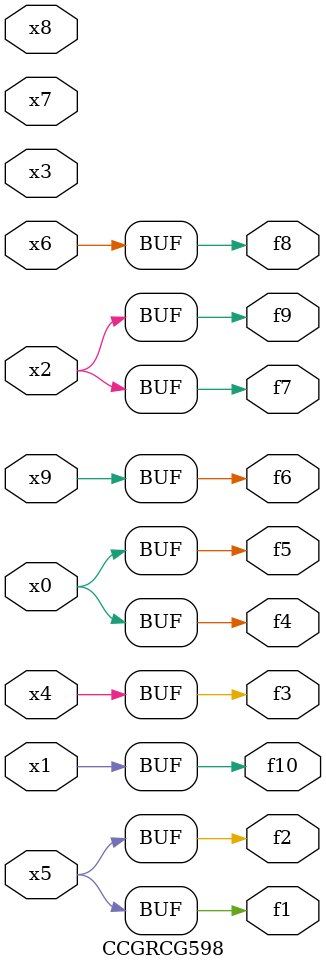
<source format=v>
module CCGRCG598(
	input x0, x1, x2, x3, x4, x5, x6, x7, x8, x9,
	output f1, f2, f3, f4, f5, f6, f7, f8, f9, f10
);
	assign f1 = x5;
	assign f2 = x5;
	assign f3 = x4;
	assign f4 = x0;
	assign f5 = x0;
	assign f6 = x9;
	assign f7 = x2;
	assign f8 = x6;
	assign f9 = x2;
	assign f10 = x1;
endmodule

</source>
